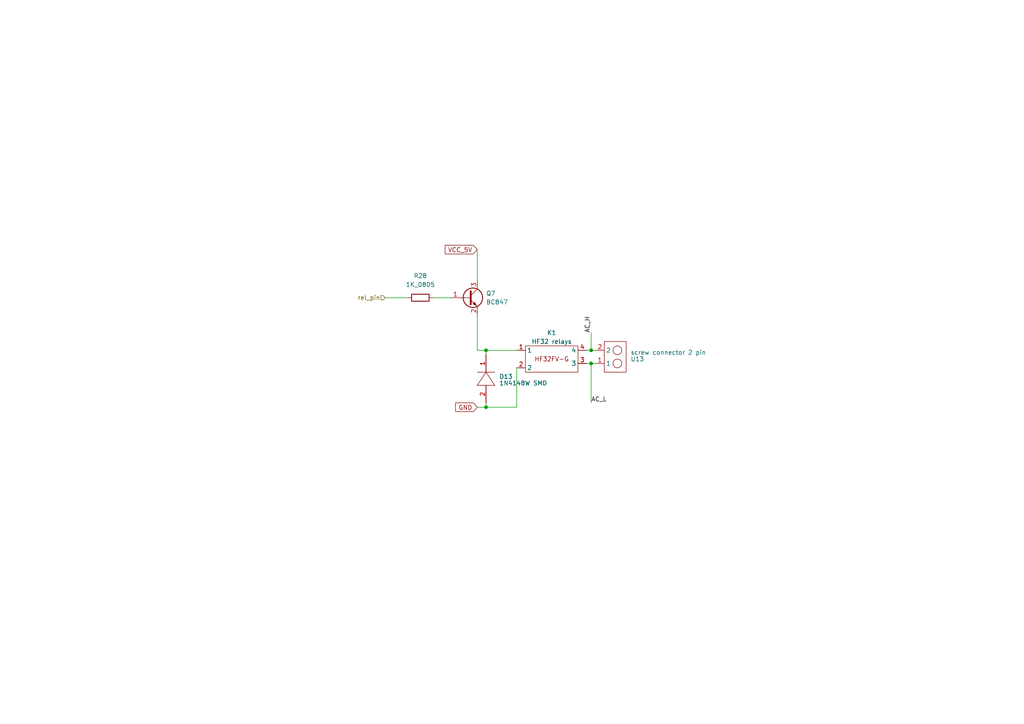
<source format=kicad_sch>
(kicad_sch (version 20250114) (generator "eeschema") (generator_version "9.0")
  (paper "A4")
  (lib_symbols
    (symbol "Device:R" (pin_numbers (hide yes)) (pin_names (offset 0))
      (property "Reference" "R" (at 2.032 0 90))
      (property "Value" "R" (at 0 0 90))
      (symbol "R_0_1"
        (rectangle (start -1.016 -2.54) (end 1.016 2.54) (stroke (width 0.254)))
      )
      (symbol "R_1_1"
        (pin passive line (at 0 3.81 270) (length 1.27) (name "~") (number "1"))
        (pin passive line (at 0 -3.81 90) (length 1.27) (name "~") (number "2"))
      )
    )
    (symbol "Transistor_BJT:BC847" (pin_names (offset 0) (hide yes))
      (property "Reference" "Q" (at 5.08 1.905 0))
      (property "Value" "BC847" (at 5.08 0 0))
      (symbol "BC847_0_1"
        (polyline (pts (xy -2.54 0) (xy 0.635 0)))
        (polyline (pts (xy 0.635 1.905) (xy 0.635 -1.905)) (stroke (width 0.508)))
        (circle (center 1.27 0) (radius 2.8194) (stroke (width 0.254)))
      )
      (symbol "BC847_1_1"
        (polyline (pts (xy 0.635 0.635) (xy 2.54 2.54)))
        (polyline (pts (xy 0.635 -0.635) (xy 2.54 -2.54)))
        (polyline (pts (xy 1.27 -1.778) (xy 1.778 -1.27) (xy 2.286 -2.286) (xy 1.27 -1.778)) (fill (type outline)))
        (pin input line (at -5.08 0 0) (length 2.54) (name "B") (number "1"))
        (pin passive line (at 2.54 5.08 270) (length 2.54) (name "C") (number "3"))
        (pin passive line (at 2.54 -5.08 90) (length 2.54) (name "E") (number "2"))
      )
    )
    (symbol "fevino:1N4148_SOD"
      (property "Reference" "D" (at 0 -3.81 0))
      (symbol "1N4148_SOD_1_1"
        (polyline (pts (xy -1.27 2.54) (xy -1.27 -2.54)))
        (polyline (pts (xy 2.54 2.54) (xy 2.54 -2.54)))
        (polyline (pts (xy 2.54 2.54) (xy -1.27 0) (xy 2.54 -2.54)))
        (pin input line (at -6.35 0 0) (length 5.08) (name "~") (number "1"))
        (pin input line (at 7.62 0 180) (length 5.08) (name "~") (number "2"))
      )
    )
    (symbol "fevino:HF32FV-G"
      (property "Reference" "K" (at 2.54 8.89 0))
      (symbol "HF32FV-G_0_1"
        (rectangle (start 0 7.62) (end 15.24 0))
      )
      (symbol "HF32FV-G_1_1"
        (text "HF32FV-G" (at 7.62 3.81 0) (effects (font (size 1.27 1.27))))
        (pin input line (at -2.54 6.35 0) (length 2.54) (name "1") (number "1"))
        (pin input line (at -2.54 1.27 0) (length 2.54) (name "2") (number "2"))
        (pin output line (at 17.78 6.35 180) (length 2.54) (name "4") (number "4"))
        (pin output line (at 17.78 2.54 180) (length 2.54) (name "3") (number "3"))
      )
    )
    (symbol "fevino:terminal_2pin"
      (symbol "terminal_2pin_0_1"
        (rectangle (start 2.54 6.35) (end 8.89 -2.54))
        (circle (center 6.35 3.81) (radius 1.27))
        (circle (center 6.35 0) (radius 1.27))
      )
      (symbol "terminal_2pin_1_1"
        (pin input line (at 0 3.81 0) (length 2.54) (name "1") (number "1"))
        (pin input line (at 0 0 0) (length 2.54) (name "2") (number "2"))
      )
    )
  )
  (junction (at 140.97 118.11))
  (junction (at 140.97 101.6))
  (junction (at 171.45 101.6))
  (junction (at 171.45 105.41))
  (wire (pts (xy 138.43 91.44) (xy 138.43 101.6)))
  (wire (pts (xy 125.73 86.36) (xy 130.81 86.36)))
  (wire (pts (xy 138.43 101.6) (xy 140.97 101.6)))
  (wire (pts (xy 171.45 101.6) (xy 172.72 101.6)))
  (wire (pts (xy 149.86 118.11) (xy 149.86 106.68)))
  (wire (pts (xy 140.97 101.6) (xy 140.97 102.87)))
  (wire (pts (xy 138.43 72.39) (xy 138.43 81.28)))
  (wire (pts (xy 111.76 86.36) (xy 118.11 86.36)))
  (wire (pts (xy 140.97 116.84) (xy 140.97 118.11)))
  (wire (pts (xy 140.97 118.11) (xy 149.86 118.11)))
  (wire (pts (xy 170.18 101.6) (xy 171.45 101.6)))
  (wire (pts (xy 171.45 105.41) (xy 172.72 105.41)))
  (wire (pts (xy 140.97 101.6) (xy 149.86 101.6)))
  (wire (pts (xy 170.18 105.41) (xy 171.45 105.41)))
  (wire (pts (xy 171.45 105.41) (xy 171.45 116.84)))
  (wire (pts (xy 171.45 96.52) (xy 171.45 101.6)))
  (wire (pts (xy 138.43 118.11) (xy 140.97 118.11)))
  (label "AC_H" (at 171.45 96.52 90))
  (label "AC_L" (at 171.45 116.84 0))
  (global_label "GND" (shape input) (at 138.43 118.11 180) (property "Intersheetrefs" "${INTERSHEET_REFS}" (effects (hide yes))))
  (global_label "VCC_5V" (shape input) (at 138.43 72.39 180) (property "Intersheetrefs" "${INTERSHEET_REFS}" (effects (hide yes))))
  (hierarchical_label "rel_pin" (shape input) (at 111.76 86.36 180))
  (symbol (lib_id "Transistor_BJT:BC847") (at 135.89 86.36 0) (unit 1)
    (property "Reference" "Q7" (at 140.97 85.0899 0) (effects (justify left)))
    (property "Value" "BC847" (at 140.97 87.6299 0) (effects (justify left)))
    (property "Footprint" "Package_TO_SOT_SMD:SOT-23" (effects (hide yes)))
    (property "Datasheet" "http://www.infineon.com/dgdl/Infineon-BC847SERIES_BC848SERIES_BC849SERIES_BC850SERIES-DS-v01_01-en.pdf?fileId=db3a304314dca389011541d4630a1657" (effects (hide yes)))
    (property "Description" "0.1A Ic, 45V Vce, NPN Transistor, SOT-23" (effects (hide yes)))
  )
  (symbol (lib_id "fevino:1N4148_SOD") (at 140.97 109.22 270) (unit 1)
    (property "Reference" "D13" (at 144.78 109.2199 90) (effects (justify left)))
    (property "Value" "1N4148W SMD" (at 144.78 111.125 90) (effects (justify left)))
    (property "Footprint" "Diode_SMD:D_SOD-123F" (effects (hide yes)))
    (property "Datasheet" "https://www.diodes.com/assets/Datasheets/BAV16W_1N4148W.pdf" (effects (hide yes)))
  )
  (symbol (lib_id "Device:R") (at 121.92 86.36 90) (unit 1)
    (property "Reference" "R28" (at 121.92 80.01 90))
    (property "Value" "1K_0805" (at 121.92 82.55 90))
    (property "Footprint" "Resistor_SMD:R_0805_2012Metric" (effects (hide yes)))
    (property "Description" "Resistor" (effects (hide yes)))
  )
  (symbol (lib_id "fevino:terminal_2pin") (at 172.72 101.6 0) (mirror x) (unit 1)
    (property "Reference" "U13" (at 182.88 104.1401 0) (effects (justify left)))
    (property "Value" "screw connector 2 pin" (at 182.88 102.235 0) (effects (justify left)))
    (property "Footprint" "fevino:terminal_2pin" (effects (hide yes)))
    (property "Datasheet" "https://mm.digikey.com/Volume0/opasdata/d220001/medias/docus/641/1888687.pdf" (effects (hide yes)))
  )
  (symbol (lib_id "fevino:HF32FV-G") (at 152.4 107.95 0) (unit 1)
    (property "Reference" "K1" (at 160.02 96.52 0))
    (property "Value" "HF32 relays" (at 160.02 99.06 0))
    (property "Footprint" "fevino:HF32FV-G" (effects (hide yes)))
  )
)
</source>
